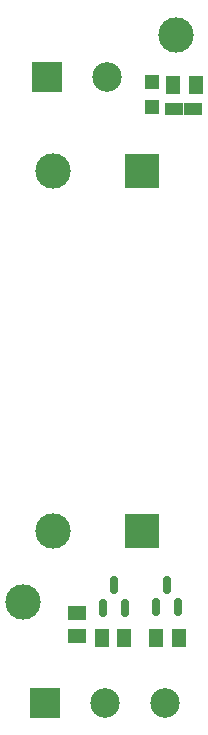
<source format=gbr>
%TF.GenerationSoftware,KiCad,Pcbnew,(6.0.6)*%
%TF.CreationDate,2023-06-07T09:40:16+01:00*%
%TF.ProjectId,DC_DC_Controller,44435f44-435f-4436-9f6e-74726f6c6c65,rev?*%
%TF.SameCoordinates,Original*%
%TF.FileFunction,Soldermask,Top*%
%TF.FilePolarity,Negative*%
%FSLAX46Y46*%
G04 Gerber Fmt 4.6, Leading zero omitted, Abs format (unit mm)*
G04 Created by KiCad (PCBNEW (6.0.6)) date 2023-06-07 09:40:16*
%MOMM*%
%LPD*%
G01*
G04 APERTURE LIST*
G04 Aperture macros list*
%AMRoundRect*
0 Rectangle with rounded corners*
0 $1 Rounding radius*
0 $2 $3 $4 $5 $6 $7 $8 $9 X,Y pos of 4 corners*
0 Add a 4 corners polygon primitive as box body*
4,1,4,$2,$3,$4,$5,$6,$7,$8,$9,$2,$3,0*
0 Add four circle primitives for the rounded corners*
1,1,$1+$1,$2,$3*
1,1,$1+$1,$4,$5*
1,1,$1+$1,$6,$7*
1,1,$1+$1,$8,$9*
0 Add four rect primitives between the rounded corners*
20,1,$1+$1,$2,$3,$4,$5,0*
20,1,$1+$1,$4,$5,$6,$7,0*
20,1,$1+$1,$6,$7,$8,$9,0*
20,1,$1+$1,$8,$9,$2,$3,0*%
G04 Aperture macros list end*
%ADD10R,1.500000X1.300000*%
%ADD11R,1.300000X1.500000*%
%ADD12C,3.000000*%
%ADD13RoundRect,0.010000X-0.750000X-0.500000X0.750000X-0.500000X0.750000X0.500000X-0.750000X0.500000X0*%
%ADD14RoundRect,0.150000X0.150000X-0.587500X0.150000X0.587500X-0.150000X0.587500X-0.150000X-0.587500X0*%
%ADD15R,2.499360X2.499360*%
%ADD16C,2.499360*%
%ADD17R,3.000000X3.000000*%
%ADD18R,1.198880X1.198880*%
G04 APERTURE END LIST*
D10*
%TO.C,R4*%
X151130000Y-123820000D03*
X151130000Y-121920000D03*
%TD*%
D11*
%TO.C,R1*%
X155115200Y-124000000D03*
X153215200Y-124000000D03*
%TD*%
%TO.C,R3*%
X159258000Y-77216000D03*
X161158000Y-77216000D03*
%TD*%
D12*
%TO.C,J2*%
X146500000Y-121000000D03*
X159500000Y-73000000D03*
%TD*%
D13*
%TO.C,J5*%
X159308800Y-79248000D03*
X160909000Y-79248000D03*
%TD*%
D14*
%TO.C,Q1*%
X153265200Y-121437500D03*
X155165200Y-121437500D03*
X154215200Y-119562500D03*
%TD*%
%TO.C,Q2*%
X157765200Y-121375000D03*
X159665200Y-121375000D03*
X158715200Y-119500000D03*
%TD*%
D11*
%TO.C,R2*%
X157815200Y-124000000D03*
X159715200Y-124000000D03*
%TD*%
D15*
%TO.C,J1*%
X148420000Y-129500000D03*
D16*
X153500000Y-129500000D03*
X158580000Y-129500000D03*
%TD*%
D15*
%TO.C,J6*%
X148590000Y-76500000D03*
D16*
X153670000Y-76500000D03*
%TD*%
D12*
%TO.C,DCDC1*%
X149105000Y-115000000D03*
D17*
X156605000Y-115000000D03*
X156605000Y-84500000D03*
D12*
X149105000Y-84500000D03*
%TD*%
D18*
%TO.C,D1*%
X157480000Y-79060040D03*
X157480000Y-76962000D03*
%TD*%
M02*

</source>
